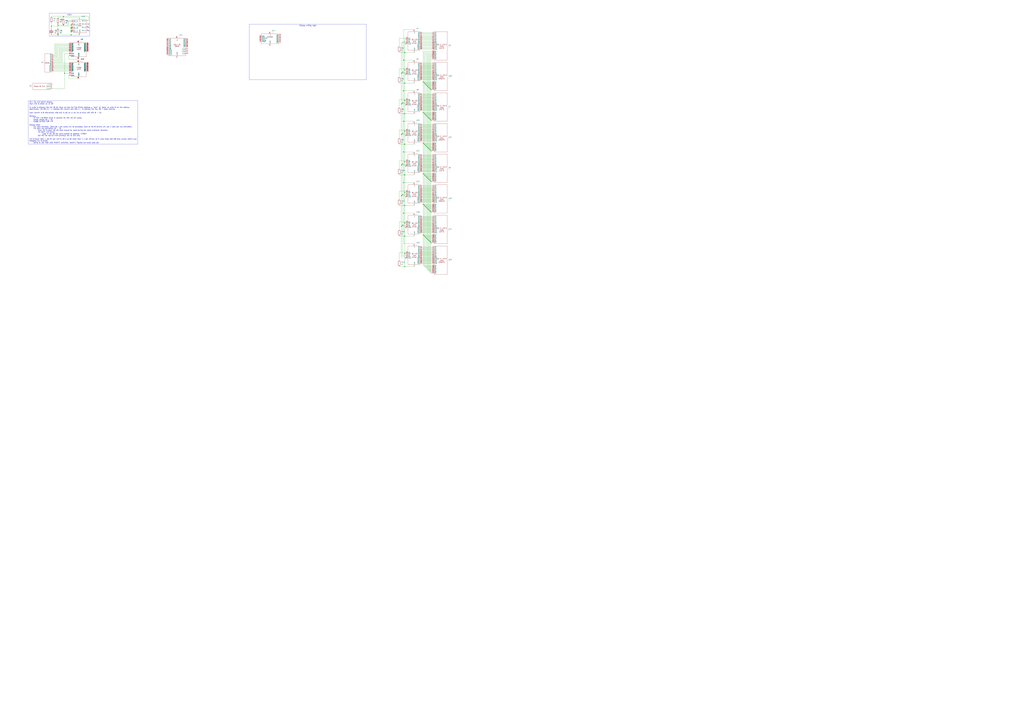
<source format=kicad_sch>
(kicad_sch (version 20231120) (generator "eeschema") (generator_version "8.0")
  (paper "A0")
  (lib_symbols
    (symbol "Device:C" (pin_numbers hide) (pin_names (offset 0.254))
      (property "Reference" "C" (at 0.635 2.54 0))
      (property "Value" "C" (at 0.635 -2.54 0))
      (symbol "C_0_1"
        (polyline (pts (xy -2.032 -0.762) (xy 2.032 -0.762)) (stroke (width 0.508)))
        (polyline (pts (xy -2.032 0.762) (xy 2.032 0.762)) (stroke (width 0.508)))
      )
      (symbol "C_1_1"
        (pin passive line (at 0 3.81 270) (length 2.794) (name "~") (number "1"))
        (pin passive line (at 0 -3.81 90) (length 2.794) (name "~") (number "2"))
      )
    )
    (symbol "Device:R" (pin_numbers hide) (pin_names (offset 0))
      (property "Reference" "R" (at 2.032 0 90))
      (property "Value" "R" (at 0 0 90))
      (symbol "R_0_1"
        (rectangle (start -1.016 -2.54) (end 1.016 2.54) (stroke (width 0.254)))
      )
      (symbol "R_1_1"
        (pin passive line (at 0 3.81 270) (length 1.27) (name "~") (number "1"))
        (pin passive line (at 0 -3.81 90) (length 1.27) (name "~") (number "2"))
      )
    )
    (symbol "custom_symbol_lib:32Kx8_sram"
      (property "Reference" "U" (at 0 -1.016 0))
      (symbol "32Kx8_sram_0_1"
        (rectangle (start -10.16 10.16) (end 10.16 -10.16))
      )
      (symbol "32Kx8_sram_1_1"
        (text "32k x 8\nSRAM" (at -0.254 1.778 0) (effects (font (size 1.27 1.27))))
        (pin input line (at -12.7 -8.89 0) (length 2.54) (name "A14") (number "1"))
        (pin input line (at -12.7 8.89 0) (length 2.54) (name "A0") (number "10"))
        (pin bidirectional line (at 12.7 8.89 180) (length 2.54) (name "D0") (number "11"))
        (pin bidirectional line (at 12.7 7.62 180) (length 2.54) (name "D1") (number "12"))
        (pin bidirectional line (at 12.7 6.35 180) (length 2.54) (name "D2") (number "13"))
        (pin power_in line (at 0 -12.7 90) (length 2.54) (name "GND") (number "14"))
        (pin bidirectional line (at 12.7 5.08 180) (length 2.54) (name "D3") (number "15"))
        (pin bidirectional line (at 12.7 3.81 180) (length 2.54) (name "D4") (number "16"))
        (pin bidirectional line (at 12.7 2.54 180) (length 2.54) (name "D5") (number "17"))
        (pin bidirectional line (at 12.7 1.27 180) (length 2.54) (name "D6") (number "18"))
        (pin bidirectional line (at 12.7 0 180) (length 2.54) (name "D7") (number "19"))
        (pin input line (at -12.7 -6.35 0) (length 2.54) (name "A12") (number "2"))
        (pin input line (at 12.7 -7.62 180) (length 2.54) (name "CE#") (number "20"))
        (pin input line (at -12.7 -3.81 0) (length 2.54) (name "A10") (number "21"))
        (pin input line (at 12.7 -5.08 180) (length 2.54) (name "OE#") (number "22"))
        (pin input line (at -12.7 -5.08 0) (length 2.54) (name "A11") (number "23"))
        (pin input line (at -12.7 -2.54 0) (length 2.54) (name "A9") (number "24"))
        (pin input line (at -12.7 -1.27 0) (length 2.54) (name "A8") (number "25"))
        (pin input line (at -12.7 -7.62 0) (length 2.54) (name "A13") (number "26"))
        (pin input line (at 12.7 -2.54 180) (length 2.54) (name "WE#") (number "27"))
        (pin power_in line (at 0 12.7 270) (length 2.54) (name "V+") (number "28"))
        (pin input line (at -12.7 0 0) (length 2.54) (name "A7") (number "3"))
        (pin input line (at -12.7 1.27 0) (length 2.54) (name "A6") (number "4"))
        (pin input line (at -12.7 2.54 0) (length 2.54) (name "A5") (number "5"))
        (pin input line (at -12.7 3.81 0) (length 2.54) (name "A4") (number "6"))
        (pin input line (at -12.7 5.08 0) (length 2.54) (name "A3") (number "7"))
        (pin input line (at -12.7 6.35 0) (length 2.54) (name "A2") (number "8"))
        (pin input line (at -12.7 7.62 0) (length 2.54) (name "A1") (number "9"))
      )
    )
    (symbol "custom_symbol_lib:8_bit_counter"
      (property "Reference" "U" (at 0 0.254 0))
      (symbol "8_bit_counter_0_1"
        (rectangle (start -10.16 6.35) (end 10.16 -5.08))
      )
      (symbol "8_bit_counter_1_1"
        (text "Counter" (at -0.254 2.794 0) (effects (font (size 1.27 1.27))))
        (pin output line (at 12.7 3.81 180) (length 2.54) (name "Q1") (number "1"))
        (pin input line (at -12.7 -1.27 0) (length 2.54) (name "CCLR#") (number "10"))
        (pin input line (at -12.7 0 0) (length 2.54) (name "CCLK") (number "11"))
        (pin input line (at -12.7 1.27 0) (length 2.54) (name "CCKEN#") (number "12"))
        (pin input line (at -12.7 2.54 0) (length 2.54) (name "RCLK") (number "13"))
        (pin input line (at -12.7 3.81 0) (length 2.54) (name "OE#") (number "14"))
        (pin output line (at 12.7 5.08 180) (length 2.54) (name "Q0") (number "15"))
        (pin power_in line (at 0 8.89 270) (length 2.54) (name "V+") (number "16"))
        (pin output line (at 12.7 2.54 180) (length 2.54) (name "Q2") (number "2"))
        (pin output line (at 12.7 1.27 180) (length 2.54) (name "Q3") (number "3"))
        (pin output line (at 12.7 0 180) (length 2.54) (name "Q4") (number "4"))
        (pin output line (at 12.7 -1.27 180) (length 2.54) (name "Q5") (number "5"))
        (pin output line (at 12.7 -2.54 180) (length 2.54) (name "Q6") (number "6"))
        (pin output line (at 12.7 -3.81 180) (length 2.54) (name "Q7") (number "7"))
        (pin power_in line (at 0 -7.62 90) (length 2.54) (name "GND") (number "8"))
        (pin output line (at -12.7 -2.54 0) (length 2.54) (name "RCO#") (number "9"))
      )
    )
    (symbol "custom_symbol_lib:OP_AMP_quad"
      (property "Reference" "U" (at -0.254 -2.54 0))
      (symbol "OP_AMP_quad_1_1"
        (rectangle (start -7.62 7.62) (end 7.62 -7.62))
        (text "OP\nAMP" (at 0 1.524 0) (effects (font (size 1.27 1.27))))
        (pin output line (at 10.16 6.35 180) (length 2.54) (name "OUT_1") (number "1"))
        (pin input line (at -10.16 -2.54 0) (length 2.54) (name "IN+_3") (number "10"))
        (pin power_in line (at 0 -10.16 90) (length 2.54) (name "GND") (number "11"))
        (pin input line (at -10.16 -6.35 0) (length 2.54) (name "IN+_4") (number "12"))
        (pin input line (at -10.16 -5.08 0) (length 2.54) (name "IN-_4") (number "13"))
        (pin output line (at 10.16 -5.08 180) (length 2.54) (name "OUT_4") (number "14"))
        (pin input line (at -10.16 6.35 0) (length 2.54) (name "IN-_1") (number "2"))
        (pin input line (at -10.16 5.08 0) (length 2.54) (name "IN+_1") (number "3"))
        (pin power_in line (at 0 10.16 270) (length 2.54) (name "V+") (number "4"))
        (pin input line (at -10.16 1.27 0) (length 2.54) (name "IN+_2") (number "5"))
        (pin input line (at -10.16 2.54 0) (length 2.54) (name "IN-_2") (number "6"))
        (pin output line (at 10.16 2.54 180) (length 2.54) (name "OUT_2") (number "7"))
        (pin output line (at 10.16 -1.27 180) (length 2.54) (name "OUT_3") (number "8"))
        (pin input line (at -10.16 -1.27 0) (length 2.54) (name "IN-_3") (number "9"))
      )
    )
    (symbol "custom_symbol_lib:connector_16_bit"
      (property "Reference" "U" (at 3.048 -2.032 0))
      (symbol "connector_16_bit_0_1"
        (rectangle (start -1.27 11.43) (end 6.35 -10.16))
      )
      (symbol "connector_16_bit_1_1"
        (text "CONN" (at 3.556 0.508 0) (effects (font (size 1.27 1.27))))
        (pin input line (at -3.81 10.16 0) (length 2.54) (name "0") (number "1"))
        (pin input line (at -3.81 -1.27 0) (length 2.54) (name "9") (number "10"))
        (pin input line (at -3.81 -2.54 0) (length 2.54) (name "10") (number "11"))
        (pin input line (at -3.81 -3.81 0) (length 2.54) (name "11") (number "12"))
        (pin input line (at -3.81 -5.08 0) (length 2.54) (name "12") (number "13"))
        (pin input line (at -3.81 -6.35 0) (length 2.54) (name "13") (number "14"))
        (pin input line (at -3.81 -7.62 0) (length 2.54) (name "14") (number "15"))
        (pin input line (at -3.81 -8.89 0) (length 2.54) (name "15") (number "16"))
        (pin input line (at -3.81 8.89 0) (length 2.54) (name "1") (number "2"))
        (pin input line (at -3.81 7.62 0) (length 2.54) (name "2") (number "3"))
        (pin input line (at -3.81 6.35 0) (length 2.54) (name "3") (number "4"))
        (pin input line (at -3.81 5.08 0) (length 2.54) (name "4") (number "5"))
        (pin input line (at -3.81 3.81 0) (length 2.54) (name "5") (number "6"))
        (pin input line (at -3.81 2.54 0) (length 2.54) (name "6") (number "7"))
        (pin input line (at -3.81 1.27 0) (length 2.54) (name "7") (number "8"))
        (pin input line (at -3.81 0 0) (length 2.54) (name "8") (number "9"))
      )
    )
    (symbol "custom_symbol_lib:led_block_16_x_8_left"
      (property "Reference" "U" (at 0 3.81 0))
      (symbol "led_block_16_x_8_left_0_1"
        (rectangle (start -7.62 16.51) (end 7.62 -16.51))
      )
      (symbol "led_block_16_x_8_left_1_1"
        (text "16 C x 8 R\nLEDs\n(LEFT)" (at 1.016 -0.508 0) (effects (font (size 1.27 1.27))))
        (pin input line (at -10.16 15.24 0) (length 2.54) (name "C0") (number "1"))
        (pin input line (at -10.16 3.81 0) (length 2.54) (name "C9") (number "10"))
        (pin input line (at -10.16 2.54 0) (length 2.54) (name "C10") (number "11"))
        (pin input line (at -10.16 1.27 0) (length 2.54) (name "C11") (number "12"))
        (pin input line (at -10.16 0 0) (length 2.54) (name "C12") (number "13"))
        (pin input line (at -10.16 -1.27 0) (length 2.54) (name "C13") (number "14"))
        (pin input line (at -10.16 -2.54 0) (length 2.54) (name "C14") (number "15"))
        (pin input line (at -10.16 -3.81 0) (length 2.54) (name "C15") (number "16"))
        (pin input line (at -10.16 -6.35 0) (length 2.54) (name "R0") (number "17"))
        (pin input line (at -10.16 -7.62 0) (length 2.54) (name "R1") (number "18"))
        (pin input line (at -10.16 -8.89 0) (length 2.54) (name "R2") (number "19"))
        (pin input line (at -10.16 13.97 0) (length 2.54) (name "C1") (number "2"))
        (pin input line (at -10.16 -10.16 0) (length 2.54) (name "R3") (number "20"))
        (pin input line (at -10.16 -11.43 0) (length 2.54) (name "R4") (number "21"))
        (pin input line (at -10.16 -12.7 0) (length 2.54) (name "R5") (number "22"))
        (pin input line (at -10.16 -13.97 0) (length 2.54) (name "R6") (number "23"))
        (pin input line (at -10.16 -15.24 0) (length 2.54) (name "R7") (number "24"))
        (pin input line (at -10.16 12.7 0) (length 2.54) (name "C2") (number "3"))
        (pin input line (at -10.16 11.43 0) (length 2.54) (name "C3") (number "4"))
        (pin input line (at -10.16 10.16 0) (length 2.54) (name "C4") (number "5"))
        (pin input line (at -10.16 8.89 0) (length 2.54) (name "C5") (number "6"))
        (pin input line (at -10.16 7.62 0) (length 2.54) (name "C6") (number "7"))
        (pin input line (at -10.16 6.35 0) (length 2.54) (name "C7") (number "8"))
        (pin input line (at -10.16 5.08 0) (length 2.54) (name "C8") (number "9"))
      )
    )
    (symbol "custom_symbol_lib:led_block_16_x_8_right"
      (property "Reference" "U" (at 0 3.81 0))
      (symbol "led_block_16_x_8_right_0_1"
        (rectangle (start -7.62 16.51) (end 7.62 -16.51))
      )
      (symbol "led_block_16_x_8_right_1_1"
        (text "16 C x 8 R\nLEDs\n(RIGHT)" (at 1.016 -0.508 0) (effects (font (size 1.27 1.27))))
        (pin input line (at -10.16 15.24 0) (length 2.54) (name "C0") (number "1"))
        (pin input line (at -10.16 3.81 0) (length 2.54) (name "C9") (number "10"))
        (pin input line (at -10.16 2.54 0) (length 2.54) (name "C10") (number "11"))
        (pin input line (at -10.16 1.27 0) (length 2.54) (name "C11") (number "12"))
        (pin input line (at -10.16 0 0) (length 2.54) (name "C12") (number "13"))
        (pin input line (at -10.16 -1.27 0) (length 2.54) (name "C13") (number "14"))
        (pin input line (at -10.16 -2.54 0) (length 2.54) (name "C14") (number "15"))
        (pin input line (at -10.16 -3.81 0) (length 2.54) (name "C15") (number "16"))
        (pin input line (at -10.16 -6.35 0) (length 2.54) (name "R0") (number "17"))
        (pin input line (at -10.16 -7.62 0) (length 2.54) (name "R1") (number "18"))
        (pin input line (at -10.16 -8.89 0) (length 2.54) (name "R2") (number "19"))
        (pin input line (at -10.16 13.97 0) (length 2.54) (name "C1") (number "2"))
        (pin input line (at -10.16 -10.16 0) (length 2.54) (name "R3") (number "20"))
        (pin input line (at -10.16 -11.43 0) (length 2.54) (name "R4") (number "21"))
        (pin input line (at -10.16 -12.7 0) (length 2.54) (name "R5") (number "22"))
        (pin input line (at -10.16 -13.97 0) (length 2.54) (name "R6") (number "23"))
        (pin input line (at -10.16 -15.24 0) (length 2.54) (name "R7") (number "24"))
        (pin input line (at -10.16 12.7 0) (length 2.54) (name "C2") (number "3"))
        (pin input line (at -10.16 11.43 0) (length 2.54) (name "C3") (number "4"))
        (pin input line (at -10.16 10.16 0) (length 2.54) (name "C4") (number "5"))
        (pin input line (at -10.16 8.89 0) (length 2.54) (name "C5") (number "6"))
        (pin input line (at -10.16 7.62 0) (length 2.54) (name "C6") (number "7"))
        (pin input line (at -10.16 6.35 0) (length 2.54) (name "C7") (number "8"))
        (pin input line (at -10.16 5.08 0) (length 2.54) (name "C8") (number "9"))
      )
    )
    (symbol "custom_symbol_lib:led_sink_16_bit"
      (property "Reference" "U" (at 2.032 -7.366 0))
      (symbol "led_sink_16_bit_0_1"
        (rectangle (start -7.62 11.43) (end 6.35 -10.16))
      )
      (symbol "led_sink_16_bit_1_1"
        (text "16 LED\nsink\ndriver" (at 0 0.254 0) (effects (font (size 1.27 1.27))))
        (pin power_in line (at 0 -12.7 90) (length 2.54) (name "GND") (number "1"))
        (pin output line (at 8.89 3.81 180) (length 2.54) (name "O5") (number "10"))
        (pin output line (at 8.89 2.54 180) (length 2.54) (name "O6") (number "11"))
        (pin output line (at 8.89 1.27 180) (length 2.54) (name "O7") (number "12"))
        (pin output line (at 8.89 0 180) (length 2.54) (name "O8") (number "13"))
        (pin output line (at 8.89 -1.27 180) (length 2.54) (name "O9") (number "14"))
        (pin output line (at 8.89 -2.54 180) (length 2.54) (name "O10") (number "15"))
        (pin output line (at 8.89 -3.81 180) (length 2.54) (name "O11") (number "16"))
        (pin output line (at 8.89 -5.08 180) (length 2.54) (name "O12") (number "17"))
        (pin output line (at 8.89 -6.35 180) (length 2.54) (name "O13") (number "18"))
        (pin output line (at 8.89 -7.62 180) (length 2.54) (name "O14") (number "19"))
        (pin input line (at -10.16 -1.27 0) (length 2.54) (name "D_in") (number "2"))
        (pin output line (at 8.89 -8.89 180) (length 2.54) (name "O15") (number "20"))
        (pin input line (at -10.16 2.54 0) (length 2.54) (name "OE#") (number "21"))
        (pin output line (at -10.16 -2.54 0) (length 2.54) (name "D_out") (number "22"))
        (pin input line (at -10.16 3.81 0) (length 2.54) (name "SET") (number "23"))
        (pin power_in line (at 0 13.97 270) (length 2.54) (name "V+") (number "24"))
        (pin input line (at -10.16 0 0) (length 2.54) (name "CLK") (number "3"))
        (pin input line (at -10.16 1.27 0) (length 2.54) (name "LE") (number "4"))
        (pin output line (at 8.89 10.16 180) (length 2.54) (name "O0") (number "5"))
        (pin output line (at 8.89 8.89 180) (length 2.54) (name "O1") (number "6"))
        (pin output line (at 8.89 7.62 180) (length 2.54) (name "O2") (number "7"))
        (pin output line (at 8.89 6.35 180) (length 2.54) (name "O3") (number "8"))
        (pin output line (at 8.89 5.08 180) (length 2.54) (name "O4") (number "9"))
      )
    )
    (symbol "custom_symbol_lib:power_and_clk"
      (property "Reference" "U" (at 8.128 -2.286 0))
      (symbol "power_and_clk_0_1"
        (rectangle (start -8.89 3.81) (end 11.43 -3.81))
      )
      (symbol "power_and_clk_1_1"
        (text "Power & CLK" (at 3.81 0 0) (effects (font (size 1.27 1.27))))
        (pin power_in line (at -11.43 2.54 0) (length 2.54) (name "V+") (number "1"))
        (pin power_in line (at -11.43 0 0) (length 2.54) (name "GND") (number "2"))
        (pin bidirectional line (at -11.43 -2.54 0) (length 2.54) (name "CLK") (number "3"))
      )
    )
    (symbol "custom_symbol_lib:rising_edge_8_bit_latch"
      (property "Reference" "U" (at 0 -1.016 0))
      (symbol "rising_edge_8_bit_latch_0_1"
        (rectangle (start -8.89 8.89) (end 8.89 -7.62))
      )
      (symbol "rising_edge_8_bit_latch_1_1"
        (text "+edge\nlatch" (at 0 2.032 0) (effects (font (size 1.27 1.27))))
        (pin input line (at -11.43 -6.35 0) (length 2.54) (name "OE#") (number "1"))
        (pin power_in line (at 0 -10.16 90) (length 2.54) (name "GND") (number "10"))
        (pin input line (at -11.43 -3.81 0) (length 2.54) (name "CLK") (number "11"))
        (pin output line (at 11.43 -1.27 180) (length 2.54) (name "Q7") (number "12"))
        (pin output line (at 11.43 0 180) (length 2.54) (name "Q6") (number "13"))
        (pin output line (at 11.43 1.27 180) (length 2.54) (name "Q5") (number "14"))
        (pin output line (at 11.43 2.54 180) (length 2.54) (name "Q4") (number "15"))
        (pin output line (at 11.43 3.81 180) (length 2.54) (name "Q3") (number "16"))
        (pin output line (at 11.43 5.08 180) (length 2.54) (name "Q2") (number "17"))
        (pin output line (at 11.43 6.35 180) (length 2.54) (name "Q1") (number "18"))
        (pin output line (at 11.43 7.62 180) (length 2.54) (name "Q0") (number "19"))
        (pin input line (at -11.43 7.62 0) (length 2.54) (name "D0") (number "2"))
        (pin power_in line (at 0 11.43 270) (length 2.54) (name "V+") (number "20"))
        (pin input line (at -11.43 6.35 0) (length 2.54) (name "D1") (number "3"))
        (pin input line (at -11.43 5.08 0) (length 2.54) (name "D2") (number "4"))
        (pin input line (at -11.43 3.81 0) (length 2.54) (name "D3") (number "5"))
        (pin input line (at -11.43 2.54 0) (length 2.54) (name "D4") (number "6"))
        (pin input line (at -11.43 1.27 0) (length 2.54) (name "D5") (number "7"))
        (pin input line (at -11.43 0 0) (length 2.54) (name "D6") (number "8"))
        (pin input line (at -11.43 -1.27 0) (length 2.54) (name "D7") (number "9"))
      )
    )
  )
  (junction (at 468.63 105.41))
  (junction (at 466.09 227.33))
  (junction (at 497.84 101.6))
  (junction (at 491.49 166.37))
  (junction (at 499.11 245.11))
  (junction (at 494.03 97.79))
  (junction (at 494.03 168.91))
  (junction (at 500.38 104.14))
  (junction (at 499.11 138.43))
  (junction (at 82.55 31.75))
  (junction (at 466.09 85.09))
  (junction (at 468.63 69.85))
  (junction (at 82.55 40.64))
  (junction (at 469.9 274.32))
  (junction (at 468.63 140.97))
  (junction (at 496.57 207.01))
  (junction (at 495.3 170.18))
  (junction (at 467.36 83.82))
  (junction (at 499.11 280.67))
  (junction (at 491.49 130.81))
  (junction (at 469.9 294.64))
  (junction (at 497.84 208.28))
  (junction (at 67.31 40.64))
  (junction (at 492.76 132.08))
  (junction (at 73.66 29.21))
  (junction (at 491.49 273.05))
  (junction (at 497.84 243.84))
  (junction (at 467.36 226.06))
  (junction (at 466.09 191.77))
  (junction (at 491.49 201.93))
  (junction (at 495.3 99.06))
  (junction (at 469.9 309.88))
  (junction (at 500.38 281.94))
  (junction (at 495.3 241.3))
  (junction (at 468.63 212.09))
  (junction (at 468.63 176.53))
  (junction (at 82.55 35.56))
  (junction (at 499.11 173.99))
  (junction (at 466.09 262.89))
  (junction (at 82.55 36.83))
  (junction (at 469.9 203.2))
  (junction (at 469.9 167.64))
  (junction (at 499.11 102.87))
  (junction (at 492.76 274.32))
  (junction (at 495.3 205.74))
  (junction (at 82.55 29.21))
  (junction (at 499.11 209.55))
  (junction (at 467.36 154.94))
  (junction (at 497.84 172.72))
  (junction (at 495.3 276.86))
  (junction (at 496.57 171.45))
  (junction (at 82.55 33.02))
  (junction (at 467.36 190.5))
  (junction (at 469.9 223.52))
  (junction (at 500.38 246.38))
  (junction (at 497.84 279.4))
  (junction (at 494.03 275.59))
  (junction (at 496.57 135.89))
  (junction (at 469.9 238.76))
  (junction (at 496.57 100.33))
  (junction (at 469.9 187.96))
  (junction (at 500.38 175.26))
  (junction (at 495.3 134.62))
  (junction (at 466.09 156.21))
  (junction (at 496.57 278.13))
  (junction (at 496.57 242.57))
  (junction (at 494.03 133.35))
  (junction (at 74.93 85.09))
  (junction (at 469.9 259.08))
  (junction (at 467.36 119.38))
  (junction (at 492.76 96.52))
  (junction (at 466.09 120.65))
  (junction (at 492.76 238.76))
  (junction (at 494.03 240.03))
  (junction (at 492.76 167.64))
  (junction (at 67.31 29.21))
  (junction (at 469.9 116.84))
  (junction (at 500.38 210.82))
  (junction (at 469.9 96.52))
  (junction (at 500.38 139.7))
  (junction (at 467.36 261.62))
  (junction (at 59.69 30.48))
  (junction (at 491.49 237.49))
  (junction (at 469.9 60.96))
  (junction (at 73.66 19.05))
  (junction (at 491.49 95.25))
  (junction (at 497.84 137.16))
  (junction (at 469.9 132.08))
  (junction (at 468.63 247.65))
  (junction (at 469.9 81.28))
  (junction (at 492.76 203.2))
  (junction (at 469.9 152.4))
  (junction (at 494.03 204.47))
  (no_connect (at 471.17 50.8))
  (no_connect (at 471.17 121.92))
  (no_connect (at 471.17 299.72))
  (no_connect (at 471.17 86.36))
  (no_connect (at 471.17 193.04))
  (no_connect (at 102.87 31.75))
  (no_connect (at 102.87 27.94))
  (no_connect (at 471.17 228.6))
  (no_connect (at 471.17 264.16))
  (no_connect (at 471.17 157.48))
  (no_connect (at 102.87 35.56))
  (wire (pts (xy 492.76 132.08) (xy 501.65 132.08)))
  (wire (pts (xy 469.9 238.76) (xy 469.9 259.08)))
  (wire (pts (xy 497.84 208.28) (xy 497.84 172.72)))
  (wire (pts (xy 468.63 212.09) (xy 468.63 247.65)))
  (wire (pts (xy 469.9 132.08) (xy 469.9 152.4)))
  (wire (pts (xy 496.57 242.57) (xy 501.65 242.57)))
  (wire (pts (xy 481.33 274.32) (xy 469.9 274.32)))
  (wire (pts (xy 78.74 29.21) (xy 78.74 25.4)))
  (wire (pts (xy 501.65 194.31) (xy 490.22 194.31)))
  (wire (pts (xy 468.63 247.65) (xy 468.63 283.21)))
  (wire (pts (xy 471.17 297.18) (xy 467.36 297.18)))
  (wire (pts (xy 491.49 95.25) (xy 491.49 59.69)))
  (wire (pts (xy 59.69 19.05) (xy 73.66 19.05)))
  (wire (pts (xy 501.65 262.89) (xy 490.22 262.89)))
  (wire (pts (xy 80.01 58.42) (xy 71.12 58.42)))
  (wire (pts (xy 494.03 311.15) (xy 501.65 311.15)))
  (wire (pts (xy 491.49 273.05) (xy 501.65 273.05)))
  (wire (pts (xy 495.3 170.18) (xy 501.65 170.18)))
  (wire (pts (xy 501.65 218.44) (xy 490.22 218.44)))
  (wire (pts (xy 501.65 190.5) (xy 490.22 190.5)))
  (wire (pts (xy 66.04 66.04) (xy 62.23 66.04)))
  (wire (pts (xy 469.9 238.76) (xy 463.55 238.76)))
  (wire (pts (xy 469.9 203.2) (xy 469.9 187.96)))
  (wire (pts (xy 501.65 299.72) (xy 490.22 299.72)))
  (wire (pts (xy 501.65 114.3) (xy 490.22 114.3)))
  (wire (pts (xy 501.65 256.54) (xy 490.22 256.54)))
  (wire (pts (xy 501.65 180.34) (xy 490.22 180.34)))
  (wire (pts (xy 496.57 100.33) (xy 501.65 100.33)))
  (wire (pts (xy 495.3 205.74) (xy 501.65 205.74)))
  (wire (pts (xy 501.65 48.26) (xy 490.22 48.26)))
  (wire (pts (xy 501.65 57.15) (xy 490.22 57.15)))
  (wire (pts (xy 492.76 203.2) (xy 501.65 203.2)))
  (wire (pts (xy 466.09 262.89) (xy 471.17 262.89)))
  (wire (pts (xy 501.65 195.58) (xy 490.22 195.58)))
  (wire (pts (xy 497.84 279.4) (xy 501.65 279.4)))
  (wire (pts (xy 469.9 223.52) (xy 469.9 238.76)))
  (wire (pts (xy 501.65 228.6) (xy 490.22 228.6)))
  (wire (pts (xy 501.65 295.91) (xy 490.22 295.91)))
  (wire (pts (xy 469.9 96.52) (xy 463.55 96.52)))
  (wire (pts (xy 497.84 314.96) (xy 501.65 314.96)))
  (wire (pts (xy 496.57 171.45) (xy 501.65 171.45)))
  (wire (pts (xy 499.11 245.11) (xy 499.11 209.55)))
  (wire (pts (xy 466.09 191.77) (xy 466.09 227.33)))
  (wire (pts (xy 495.3 205.74) (xy 495.3 170.18)))
  (wire (pts (xy 497.84 137.16) (xy 501.65 137.16)))
  (wire (pts (xy 64.77 64.77) (xy 64.77 52.07)))
  (wire (pts (xy 468.63 69.85) (xy 468.63 105.41)))
  (wire (pts (xy 501.65 148.59) (xy 490.22 148.59)))
  (wire (pts (xy 501.65 288.29) (xy 490.22 288.29)))
  (wire (pts (xy 495.3 170.18) (xy 495.3 134.62)))
  (wire (pts (xy 501.65 185.42) (xy 490.22 185.42)))
  (wire (pts (xy 66.04 53.34) (xy 66.04 66.04)))
  (wire (pts (xy 469.9 274.32) (xy 463.55 274.32)))
  (wire (pts (xy 467.36 119.38) (xy 467.36 154.94)))
  (wire (pts (xy 501.65 41.91) (xy 490.22 41.91)))
  (wire (pts (xy 495.3 276.86) (xy 501.65 276.86)))
  (wire (pts (xy 501.65 233.68) (xy 490.22 233.68)))
  (wire (pts (xy 495.3 312.42) (xy 495.3 276.86)))
  (wire (pts (xy 500.38 104.14) (xy 501.65 104.14)))
  (wire (pts (xy 466.09 156.21) (xy 466.09 191.77)))
  (wire (pts (xy 496.57 278.13) (xy 501.65 278.13)))
  (wire (pts (xy 501.65 267.97) (xy 490.22 267.97)))
  (wire (pts (xy 492.76 274.32) (xy 501.65 274.32)))
  (wire (pts (xy 500.38 175.26) (xy 500.38 139.7)))
  (wire (pts (xy 497.84 137.16) (xy 497.84 101.6)))
  (wire (pts (xy 102.87 24.13) (xy 102.87 19.05)))
  (wire (pts (xy 500.38 139.7) (xy 501.65 139.7)))
  (wire (pts (xy 492.76 203.2) (xy 492.76 167.64)))
  (wire (pts (xy 494.03 97.79) (xy 501.65 97.79)))
  (wire (pts (xy 501.65 292.1) (xy 490.22 292.1)))
  (wire (pts (xy 466.09 298.45) (xy 466.09 262.89)))
  (wire (pts (xy 469.9 152.4) (xy 471.17 152.4)))
  (wire (pts (xy 74.93 102.87) (xy 60.96 102.87)))
  (wire (pts (xy 467.36 226.06) (xy 467.36 261.62)))
  (wire (pts (xy 469.9 309.88) (xy 463.55 309.88)))
  (wire (pts (xy 499.11 209.55) (xy 501.65 209.55)))
  (wire (pts (xy 466.09 85.09) (xy 466.09 120.65)))
  (wire (pts (xy 496.57 313.69) (xy 501.65 313.69)))
  (wire (pts (xy 499.11 173.99) (xy 501.65 173.99)))
  (wire (pts (xy 463.55 257.81) (xy 471.17 257.81)))
  (wire (pts (xy 469.9 132.08) (xy 469.9 116.84)))
  (wire (pts (xy 501.65 259.08) (xy 490.22 259.08)))
  (wire (pts (xy 492.76 309.88) (xy 501.65 309.88)))
  (wire (pts (xy 469.9 60.96) (xy 463.55 60.96)))
  (wire (pts (xy 496.57 207.01) (xy 501.65 207.01)))
  (wire (pts (xy 481.33 140.97) (xy 468.63 140.97)))
  (wire (pts (xy 501.65 252.73) (xy 490.22 252.73)))
  (wire (pts (xy 481.33 247.65) (xy 468.63 247.65)))
  (wire (pts (xy 80.01 68.58) (xy 91.44 68.58)))
  (wire (pts (xy 500.38 139.7) (xy 500.38 104.14)))
  (wire (pts (xy 501.65 120.65) (xy 490.22 120.65)))
  (wire (pts (xy 501.65 222.25) (xy 490.22 222.25)))
  (wire (pts (xy 62.23 76.2) (xy 80.01 76.2)))
  (wire (pts (xy 501.65 77.47) (xy 490.22 77.47)))
  (wire (pts (xy 501.65 111.76) (xy 490.22 111.76)))
  (wire (pts (xy 469.9 223.52) (xy 471.17 223.52)))
  (wire (pts (xy 469.9 81.28) (xy 471.17 81.28)))
  (wire (pts (xy 501.65 39.37) (xy 490.22 39.37)))
  (wire (pts (xy 463.55 222.25) (xy 463.55 231.14)))
  (wire (pts (xy 501.65 193.04) (xy 490.22 193.04)))
  (wire (pts (xy 62.23 64.77) (xy 64.77 64.77)))
  (wire (pts (xy 80.01 62.23) (xy 74.93 62.23)))
  (wire (pts (xy 471.17 222.25) (xy 463.55 222.25)))
  (wire (pts (xy 501.65 125.73) (xy 490.22 125.73)))
  (wire (pts (xy 469.9 294.64) (xy 471.17 294.64)))
  (wire (pts (xy 495.3 134.62) (xy 501.65 134.62)))
  (wire (pts (xy 501.65 83.82) (xy 490.22 83.82)))
  (wire (pts (xy 501.65 187.96) (xy 490.22 187.96)))
  (wire (pts (xy 467.36 154.94) (xy 467.36 190.5)))
  (wire (pts (xy 492.76 274.32) (xy 492.76 238.76)))
  (wire (pts (xy 469.9 259.08) (xy 471.17 259.08)))
  (wire (pts (xy 501.65 184.15) (xy 490.22 184.15)))
  (wire (pts (xy 466.09 191.77) (xy 471.17 191.77)))
  (wire (pts (xy 492.76 238.76) (xy 492.76 203.2)))
  (wire (pts (xy 499.11 102.87) (xy 501.65 102.87)))
  (wire (pts (xy 499.11 173.99) (xy 499.11 138.43)))
  (wire (pts (xy 466.09 156.21) (xy 466.09 120.65)))
  (wire (pts (xy 492.76 96.52) (xy 501.65 96.52)))
  (wire (pts (xy 501.65 128.27) (xy 490.22 128.27)))
  (wire (pts (xy 501.65 303.53) (xy 490.22 303.53)))
  (wire (pts (xy 500.38 68.58) (xy 501.65 68.58)))
  (wire (pts (xy 469.9 116.84) (xy 471.17 116.84)))
  (wire (pts (xy 496.57 171.45) (xy 496.57 135.89)))
  (wire (pts (xy 491.49 59.69) (xy 501.65 59.69)))
  (wire (pts (xy 74.93 85.09) (xy 74.93 102.87)))
  (wire (pts (xy 80.01 53.34) (xy 66.04 53.34)))
  (wire (pts (xy 501.65 50.8) (xy 490.22 50.8)))
  (wire (pts (xy 471.17 293.37) (xy 463.55 293.37)))
  (wire (pts (xy 500.38 210.82) (xy 500.38 175.26)))
  (wire (pts (xy 468.63 140.97) (xy 468.63 176.53)))
  (wire (pts (xy 501.65 160.02) (xy 490.22 160.02)))
  (wire (pts (xy 82.55 29.21) (xy 82.55 31.75)))
  (wire (pts (xy 468.63 105.41) (xy 468.63 140.97)))
  (wire (pts (xy 495.3 99.06) (xy 495.3 63.5)))
  (wire (pts (xy 71.12 71.12) (xy 62.23 71.12)))
  (wire (pts (xy 501.65 38.1) (xy 490.22 38.1)))
  (wire (pts (xy 501.65 261.62) (xy 490.22 261.62)))
  (wire (pts (xy 501.65 163.83) (xy 490.22 163.83)))
  (wire (pts (xy 72.39 59.69) (xy 80.01 59.69)))
  (wire (pts (xy 500.38 281.94) (xy 500.38 246.38)))
  (wire (pts (xy 497.84 101.6) (xy 501.65 101.6)))
  (wire (pts (xy 62.23 80.01) (xy 80.01 80.01)))
  (wire (pts (xy 501.65 144.78) (xy 490.22 144.78)))
  (wire (pts (xy 463.55 53.34) (xy 463.55 44.45)))
  (wire (pts (xy 491.49 166.37) (xy 501.65 166.37)))
  (wire (pts (xy 496.57 278.13) (xy 496.57 242.57)))
  (wire (pts (xy 72.39 72.39) (xy 72.39 59.69)))
  (wire (pts (xy 501.65 265.43) (xy 490.22 265.43)))
  (wire (pts (xy 463.55 80.01) (xy 471.17 80.01)))
  (wire (pts (xy 501.65 52.07) (xy 490.22 52.07)))
  (wire (pts (xy 495.3 99.06) (xy 501.65 99.06)))
  (wire (pts (xy 469.9 187.96) (xy 471.17 187.96)))
  (wire (pts (xy 501.65 124.46) (xy 490.22 124.46)))
  (wire (pts (xy 468.63 69.85) (xy 481.33 69.85)))
  (wire (pts (xy 501.65 118.11) (xy 490.22 118.11)))
  (wire (pts (xy 500.38 175.26) (xy 501.65 175.26)))
  (wire (pts (xy 501.65 227.33) (xy 490.22 227.33)))
  (wire (pts (xy 494.03 133.35) (xy 494.03 97.79)))
  (wire (pts (xy 468.63 212.09) (xy 481.33 212.09)))
  (wire (pts (xy 59.69 30.48) (xy 59.69 33.02)))
  (wire (pts (xy 62.23 78.74) (xy 80.01 78.74)))
  (wire (pts (xy 501.65 162.56) (xy 490.22 162.56)))
  (wire (pts (xy 491.49 166.37) (xy 491.49 130.81)))
  (wire (pts (xy 469.9 274.32) (xy 469.9 259.08)))
  (wire (pts (xy 501.65 110.49) (xy 490.22 110.49)))
  (wire (pts (xy 59.69 40.64) (xy 67.31 40.64)))
  (wire (pts (xy 494.03 204.47) (xy 494.03 168.91)))
  (wire (pts (xy 499.11 67.31) (xy 501.65 67.31)))
  (wire (pts (xy 501.65 289.56) (xy 490.22 289.56)))
  (wire (pts (xy 501.65 219.71) (xy 490.22 219.71)))
  (wire (pts (xy 467.36 226.06) (xy 471.17 226.06)))
  (wire (pts (xy 501.65 87.63) (xy 490.22 87.63)))
  (wire (pts (xy 67.31 27.94) (xy 67.31 29.21)))
  (wire (pts (xy 501.65 181.61) (xy 490.22 181.61)))
  (wire (pts (xy 501.65 223.52) (xy 490.22 223.52)))
  (wire (pts (xy 496.57 313.69) (xy 496.57 278.13)))
  (wire (pts (xy 501.65 220.98) (xy 490.22 220.98)))
  (wire (pts (xy 497.84 172.72) (xy 501.65 172.72)))
  (wire (pts (xy 491.49 237.49) (xy 501.65 237.49)))
  (wire (pts (xy 501.65 157.48) (xy 490.22 157.48)))
  (wire (pts (xy 469.9 60.96) (xy 469.9 81.28)))
  (wire (pts (xy 466.09 156.21) (xy 471.17 156.21)))
  (wire (pts (xy 67.31 20.32) (xy 92.71 20.32)))
  (wire (pts (xy 501.65 121.92) (xy 490.22 121.92)))
  (wire (pts (xy 501.65 260.35) (xy 490.22 260.35)))
  (wire (pts (xy 501.65 269.24) (xy 490.22 269.24)))
  (wire (pts (xy 469.9 96.52) (xy 481.33 96.52)))
  (wire (pts (xy 80.01 91.44) (xy 91.44 91.44)))
  (wire (pts (xy 494.03 133.35) (xy 501.65 133.35)))
  (wire (pts (xy 501.65 146.05) (xy 490.22 146.05)))
  (wire (pts (xy 59.69 30.48) (xy 59.69 26.67)))
  (wire (pts (xy 466.09 85.09) (xy 466.09 49.53)))
  (wire (pts (xy 501.65 226.06) (xy 490.22 226.06)))
  (wire (pts (xy 497.84 279.4) (xy 497.84 243.84)))
  (wire (pts (xy 499.11 280.67) (xy 499.11 245.11)))
  (wire (pts (xy 80.01 64.77) (xy 80.01 68.58)))
  (wire (pts (xy 73.66 19.05) (xy 102.87 19.05)))
  (wire (pts (xy 463.55 88.9) (xy 463.55 80.01)))
  (wire (pts (xy 463.55 186.69) (xy 471.17 186.69)))
  (wire (pts (xy 496.57 135.89) (xy 501.65 135.89)))
  (wire (pts (xy 481.33 132.08) (xy 469.9 132.08)))
  (wire (pts (xy 501.65 154.94) (xy 490.22 154.94)))
  (wire (pts (xy 67.31 54.61) (xy 80.01 54.61)))
  (wire (pts (xy 491.49 273.05) (xy 491.49 237.49)))
  (wire (pts (xy 492.76 167.64) (xy 492.76 132.08)))
  (wire (pts (xy 501.65 149.86) (xy 490.22 149.86)))
  (wire (pts (xy 494.03 240.03) (xy 494.03 204.47)))
  (wire (pts (xy 499.11 280.67) (xy 501.65 280.67)))
  (wire (pts (xy 501.65 199.39) (xy 490.22 199.39)))
  (wire (pts (xy 501.65 224.79) (xy 490.22 224.79)))
  (wire (pts (xy 501.65 115.57) (xy 490.22 115.57)))
  (wire (pts (xy 73.66 29.21) (xy 78.74 29.21)))
  (wire (pts (xy 73.66 19.05) (xy 73.66 21.59)))
  (wire (pts (xy 500.38 210.82) (xy 501.65 210.82)))
  (wire (pts (xy 491.49 95.25) (xy 501.65 95.25)))
  (wire (pts (xy 492.76 132.08) (xy 492.76 96.52)))
  (wire (pts (xy 62.23 82.55) (xy 80.01 82.55)))
  (wire (pts (xy 494.03 275.59) (xy 494.03 240.03)))
  (wire (pts (xy 501.65 306.07) (xy 490.22 306.07)))
  (wire (pts (xy 495.3 276.86) (xy 495.3 241.3)))
  (wire (pts (xy 501.65 302.26) (xy 490.22 302.26)))
  (wire (pts (xy 495.3 312.42) (xy 501.65 312.42)))
  (wire (pts (xy 469.9 45.72) (xy 471.17 45.72)))
  (wire (pts (xy 501.65 264.16) (xy 490.22 264.16)))
  (wire (pts (xy 499.11 138.43) (xy 499.11 102.87)))
  (wire (pts (xy 67.31 29.21) (xy 73.66 29.21)))
  (wire (pts (xy 491.49 130.81) (xy 491.49 95.25)))
  (wire (pts (xy 499.11 138.43) (xy 501.65 138.43)))
  (wire (pts (xy 62.23 72.39) (xy 72.39 72.39)))
  (wire (pts (xy 501.65 80.01) (xy 490.22 80.01)))
  (wire (pts (xy 492.76 60.96) (xy 501.65 60.96)))
  (wire (pts (xy 481.33 283.21) (xy 468.63 283.21)))
  (wire (pts (xy 494.03 168.91) (xy 494.03 133.35)))
  (wire (pts (xy 82.55 35.56) (xy 82.55 36.83)))
  (wire (pts (xy 481.33 60.96) (xy 469.9 60.96)))
  (wire (pts (xy 501.65 45.72) (xy 490.22 45.72)))
  (wire (pts (xy 501.65 78.74) (xy 490.22 78.74)))
  (wire (pts (xy 82.55 24.13) (xy 80.01 24.13)))
  (wire (pts (xy 492.76 167.64) (xy 501.65 167.64)))
  (wire (pts (xy 467.36 83.82) (xy 471.17 83.82)))
  (wire (pts (xy 80.01 24.13) (xy 80.01 30.48)))
  (wire (pts (xy 501.65 81.28) (xy 490.22 81.28)))
  (wire (pts (xy 501.65 287.02) (xy 490.22 287.02)))
  (wire (pts (xy 501.65 90.17) (xy 490.22 90.17)))
  (wire (pts (xy 469.9 96.52) (xy 469.9 116.84)))
  (wire (pts (xy 501.65 266.7) (xy 490.22 266.7)))
  (wire (pts (xy 497.84 66.04) (xy 501.65 66.04)))
  (wire (pts (xy 501.65 290.83) (xy 490.22 290.83)))
  (wire (pts (xy 501.65 86.36) (xy 490.22 86.36)))
  (wire (pts (xy 467.36 83.82) (xy 467.36 119.38)))
  (wire (pts (xy 501.65 74.93) (xy 490.22 74.93)))
  (wire (pts (xy 500.38 246.38) (xy 500.38 210.82)))
  (wire (pts (xy 501.65 298.45) (xy 490.22 298.45)))
  (wire (pts (xy 501.65 158.75) (xy 490.22 158.75)))
  (wire (pts (xy 499.11 102.87) (xy 499.11 67.31)))
  (wire (pts (xy 491.49 237.49) (xy 491.49 201.93)))
  (wire (pts (xy 501.65 182.88) (xy 490.22 182.88)))
  (wire (pts (xy 500.38 281.94) (xy 501.65 281.94)))
  (wire (pts (xy 501.65 186.69) (xy 490.22 186.69)))
  (wire (pts (xy 501.65 116.84) (xy 490.22 116.84)))
  (wire (pts (xy 481.33 176.53) (xy 468.63 176.53)))
  (wire (pts (xy 501.65 88.9) (xy 490.22 88.9)))
  (wire (pts (xy 495.3 134.62) (xy 495.3 99.06)))
  (wire (pts (xy 491.49 308.61) (xy 501.65 308.61)))
  (wire (pts (xy 82.55 40.64) (xy 92.71 40.64)))
  (wire (pts (xy 501.65 304.8) (xy 490.22 304.8)))
  (wire (pts (xy 471.17 261.62) (xy 467.36 261.62)))
  (wire (pts (xy 501.65 123.19) (xy 490.22 123.19)))
  (wire (pts (xy 501.65 251.46) (xy 490.22 251.46)))
  (wire (pts (xy 501.65 215.9) (xy 490.22 215.9)))
  (wire (pts (xy 497.84 101.6) (xy 497.84 66.04)))
  (wire (pts (xy 463.55 44.45) (xy 471.17 44.45)))
  (wire (pts (xy 497.84 172.72) (xy 497.84 137.16)))
  (wire (pts (xy 491.49 201.93) (xy 501.65 201.93)))
  (wire (pts (xy 469.9 167.64) (xy 469.9 187.96)))
  (wire (pts (xy 501.65 127) (xy 490.22 127)))
  (wire (pts (xy 501.65 53.34) (xy 490.22 53.34)))
  (wire (pts (xy 501.65 300.99) (xy 490.22 300.99)))
  (wire (pts (xy 501.65 234.95) (xy 490.22 234.95)))
  (wire (pts (xy 496.57 207.01) (xy 496.57 171.45)))
  (wire (pts (xy 74.93 62.23) (xy 74.93 85.09)))
  (wire (pts (xy 64.77 52.07) (xy 80.01 52.07)))
  (wire (pts (xy 495.3 241.3) (xy 495.3 205.74)))
  (wire (pts (xy 501.65 257.81) (xy 490.22 257.81)))
  (wire (pts (xy 494.03 275.59) (xy 501.65 275.59)))
  (wire (pts (xy 501.65 49.53) (xy 490.22 49.53)))
  (wire (pts (xy 463.55 160.02) (xy 463.55 151.13)))
  (wire (pts (xy 501.65 109.22) (xy 490.22 109.22)))
  (wire (pts (xy 501.65 270.51) (xy 490.22 270.51)))
  (wire (pts (xy 494.03 168.91) (xy 501.65 168.91)))
  (wire (pts (xy 82.55 33.02) (xy 82.55 35.56)))
  (wire (pts (xy 497.84 243.84) (xy 501.65 243.84)))
  (wire (pts (xy 471.17 85.09) (xy 466.09 85.09)))
  (wire (pts (xy 501.65 297.18) (xy 490.22 297.18)))
  (wire (pts (xy 68.58 55.88) (xy 68.58 68.58)))
  (wire (pts (xy 500.38 246.38) (xy 501.65 246.38)))
  (wire (pts (xy 67.31 40.64) (xy 82.55 40.64)))
  (wire (pts (xy 67.31 29.21) (xy 67.31 33.02)))
  (wire (pts (xy 469.9 203.2) (xy 463.55 203.2)))
  (wire (pts (xy 501.65 55.88) (xy 490.22 55.88)))
  (wire (pts (xy 501.65 198.12) (xy 490.22 198.12)))
  (wire (pts (xy 71.12 58.42) (xy 71.12 71.12)))
  (wire (pts (xy 74.93 85.09) (xy 80.01 85.09)))
  (wire (pts (xy 499.11 245.11) (xy 501.65 245.11)))
  (wire (pts (xy 495.3 241.3) (xy 501.65 241.3)))
  (wire (pts (xy 469.9 167.64) (xy 463.55 167.64)))
  (wire (pts (xy 62.23 74.93) (xy 80.01 74.93)))
  (wire (pts (xy 466.09 49.53) (xy 471.17 49.53)))
  (wire (pts (xy 501.65 294.64) (xy 490.22 294.64)))
  (wire (pts (xy 500.38 317.5) (xy 500.38 281.94)))
  (wire (pts (xy 63.5 63.5) (xy 62.23 63.5)))
  (wire (pts (xy 494.03 97.79) (xy 494.03 62.23)))
  (wire (pts (xy 495.3 63.5) (xy 501.65 63.5)))
  (wire (pts (xy 468.63 176.53) (xy 468.63 212.09)))
  (wire (pts (xy 500.38 317.5) (xy 501.65 317.5)))
  (wire (pts (xy 481.33 203.2) (xy 469.9 203.2)))
  (wire (pts (xy 501.65 119.38) (xy 490.22 119.38)))
  (wire (pts (xy 463.55 293.37) (xy 463.55 302.26)))
  (wire (pts (xy 463.55 266.7) (xy 463.55 257.81)))
  (wire (pts (xy 62.23 77.47) (xy 80.01 77.47)))
  (wire (pts (xy 80.01 55.88) (xy 68.58 55.88)))
  (wire (pts (xy 501.65 156.21) (xy 490.22 156.21)))
  (wire (pts (xy 80.01 87.63) (xy 80.01 91.44)))
  (wire (pts (xy 69.85 69.85) (xy 69.85 57.15)))
  (wire (pts (xy 466.09 120.65) (xy 471.17 120.65)))
  (wire (pts (xy 463.55 151.13) (xy 471.17 151.13)))
  (wire (pts (xy 481.33 105.41) (xy 468.63 105.41)))
  (wire (pts (xy 469.9 238.76) (xy 481.33 238.76)))
  (wire (pts (xy 501.65 46.99) (xy 490.22 46.99)))
  (wire (pts (xy 63.5 50.8) (xy 63.5 63.5)))
  (wire (pts (xy 501.65 231.14) (xy 490.22 231.14)))
  (wire (pts (xy 501.65 293.37) (xy 490.22 293.37)))
  (wire (pts (xy 471.17 227.33) (xy 466.09 227.33)))
  (wire (pts (xy 82.55 27.94) (xy 82.55 29.21)))
  (wire (pts (xy 492.76 309.88) (xy 492.76 274.32)))
  (wire (pts (xy 78.74 25.4) (xy 82.55 25.4)))
  (wire (pts (xy 463.55 124.46) (xy 463.55 115.57)))
  (wire (pts (xy 62.23 67.31) (xy 67.31 67.31)))
  (wire (pts (xy 62.23 69.85) (xy 69.85 69.85)))
  (wire (pts (xy 471.17 190.5) (xy 467.36 190.5)))
  (wire (pts (xy 467.36 48.26) (xy 467.36 83.82)))
  (wire (pts (xy 68.58 68.58) (xy 62.23 68.58)))
  (wire (pts (xy 501.65 91.44) (xy 490.22 91.44)))
  (wire (pts (xy 501.65 196.85) (xy 490.22 196.85)))
  (wire (pts (xy 466.09 227.33) (xy 466.09 262.89)))
  (wire (pts (xy 501.65 54.61) (xy 490.22 54.61)))
  (wire (pts (xy 82.55 31.75) (xy 82.55 33.02)))
  (wire (pts (xy 501.65 229.87) (xy 490.22 229.87)))
  (wire (pts (xy 501.65 40.64) (xy 490.22 40.64)))
  (wire (pts (xy 481.33 309.88) (xy 469.9 309.88)))
  (wire (pts (xy 69.85 57.15) (xy 80.01 57.15)))
  (wire (pts (xy 501.65 43.18) (xy 490.22 43.18)))
  (wire (pts (xy 469.9 132.08) (xy 463.55 132.08)))
  (wire (pts (xy 496.57 100.33) (xy 496.57 64.77)))
  (wire (pts (xy 469.9 167.64) (xy 469.9 152.4)))
  (wire (pts (xy 501.65 255.27) (xy 490.22 255.27)))
  (wire (pts (xy 471.17 119.38) (xy 467.36 119.38)))
  (wire (pts (xy 501.65 73.66) (xy 490.22 73.66)))
  (wire (pts (xy 501.65 85.09) (xy 490.22 85.09)))
  (wire (pts (xy 497.84 243.84) (xy 497.84 208.28)))
  (wire (pts (xy 491.49 308.61) (xy 491.49 273.05)))
  (wire (pts (xy 496.57 242.57) (xy 496.57 207.01)))
  (wire (pts (xy 463.55 195.58) (xy 463.55 186.69)))
  (wire (pts (xy 501.65 217.17) (xy 490.22 217.17)))
  (wire (pts (xy 501.65 161.29) (xy 490.22 161.29)))
  (wire (pts (xy 499.11 316.23) (xy 501.65 316.23)))
  (wire (pts (xy 471.17 154.94) (xy 467.36 154.94)))
  (wire (pts (xy 471.17 48.26) (xy 467.36 48.26)))
  (wire (pts (xy 494.03 311.15) (xy 494.03 275.59)))
  (wire (pts (xy 491.49 130.81) (xy 501.65 130.81)))
  (wire (pts (xy 500.38 104.14) (xy 500.38 68.58)))
  (wire (pts (xy 466.09 298.45) (xy 471.17 298.45)))
  (wire (pts (xy 501.65 152.4) (xy 490.22 152.4)))
  (wire (pts (xy 492.76 238.76) (xy 501.65 238.76)))
  (wire (pts (xy 492.76 96.52) (xy 492.76 60.96)))
  (wire (pts (xy 469.9 294.64) (xy 469.9 309.88)))
  (wire (pts (xy 481.33 34.29) (xy 468.63 34.29)))
  (wire (pts (xy 501.65 44.45) (xy 490.22 44.45)))
  (wire (pts (xy 67.31 67.31) (xy 67.31 54.61)))
  (wire (pts (xy 62.23 81.28) (xy 80.01 81.28)))
  (wire (pts (xy 501.65 153.67) (xy 490.22 153.67)))
  (wire (pts (xy 496.57 64.77) (xy 501.65 64.77)))
  (wire (pts (xy 501.65 232.41) (xy 490.22 232.41)))
  (wire (pts (xy 501.65 147.32) (xy 490.22 147.32)))
  (wire (pts (xy 501.65 189.23) (xy 490.22 189.23)))
  (wire (pts (xy 499.11 316.23) (xy 499.11 280.67)))
  (wire (pts (xy 481.33 167.64) (xy 469.9 167.64)))
  (wire (pts (xy 501.65 76.2) (xy 490.22 76.2)))
  (wire (pts (xy 497.84 314.96) (xy 497.84 279.4)))
  (wire (pts (xy 491.49 201.93) (xy 491.49 166.37)))
  (wire (pts (xy 469.9 203.2) (xy 469.9 223.52)))
  (wire (pts (xy 501.65 82.55) (xy 490.22 82.55)))
  (wire (pts (xy 469.9 274.32) (xy 469.9 294.64)))
  (wire (pts (xy 469.9 60.96) (xy 469.9 45.72)))
  (wire (pts (xy 467.36 261.62) (xy 467.36 297.18)))
  (wire (pts (xy 468.63 34.29) (xy 468.63 69.85)))
  (wire (pts (xy 494.03 62.23) (xy 501.65 62.23)))
  (wire (pts (xy 82.55 36.83) (xy 82.55 40.64)))
  (wire (pts (xy 463.55 115.57) (xy 471.17 115.57)))
  (wire (pts (xy 501.65 92.71) (xy 490.22 92.71)))
  (wire (pts (xy 497.84 208.28) (xy 501.65 208.28)))
  (wire (pts (xy 80.01 30.48) (xy 59.69 30.48)))
  (wire (pts (xy 499.11 209.55) (xy 499.11 173.99)))
  (wire (pts (xy 469.9 81.28) (xy 469.9 96.52)))
  (wire (pts (xy 494.03 204.47) (xy 501.65 204.47)))
  (wire (pts (xy 501.65 254) (xy 490.22 254)))
  (wire (pts (xy 501.65 191.77) (xy 490.22 191.77)))
  (wire (pts (xy 496.57 135.89) (xy 496.57 100.33)))
  (wire (pts (xy 80.01 50.8) (xy 63.5 50.8)))
  (wire (pts (xy 501.65 113.03) (xy 490.22 113.03)))
  (wire (pts (xy 501.65 151.13) (xy 490.22 151.13)))
  (wire (pts (xy 62.23 73.66) (xy 80.01 73.66)))
  (wire (pts (xy 467.36 190.5) (xy 467.36 226.06)))
  (wire (pts (xy 494.03 240.03) (xy 501.65 240.03)))
  (text_box "32 x 32 LED matrix display\nEach LED is either on or off\n\nTo write to display: Set the 16 bit input so that the first 8 bits address a \"byte\" of \"data\" to write to on the display.\nSpecifically, the bits 0 - 1 address the column and bits 2 - 6 address the row. Bit 7 does nothing.\n\nEach column is 8 bits/pixels wide and is set on a row all at once with bits 8 - 15.\n\nMemory:\n	2x 32k x 8 SRAM chips in parallel for 32k 16-bit words.\n	Usage (read): 64 x 16\n	Usage (write): 128 x 8\n\nDisplay loop:\n	For each iteration, 1024/16 = 64 words will be accessed. Each of the 8 drivers will use 1 word per row activation.\n	For each row activation (0 - 7):\n		Every bit in each 16-bit word should be used during the same multiplex iteration.\n		For each LED driver:\n			Load in the 16-bit word located at address <TODO>\n		Set the row source from previous row to this one.\n\nLED drivers: 1024 x 20 mA per LED is 20 A (a bit more then 1 A per driver), at 5 volts thats 100 W!! (new screen metric just dropped: 0.1 W/pixel)\n	Going to use high-side MOSFET switched, havent't figured out exact type yet." (at 33.02 116.84 0) (size 127 50.8) (effects (font (size 1.27 1.27)) (justify left top)))
  (text_box "Display writing logic" (at 289.56 27.94 0) (size 135.89 64.77) (effects (font (size 1.27 1.27)) (justify top)))
  (text_box "Clock" (at 57.15 15.24 0) (size 46.99 26.67) (effects (font (size 1.27 1.27)) (justify top)))
  (symbol (lib_id "custom_symbol_lib:led_sink_16_bit") (at 481.33 226.06 0) (unit 1)
    (property "Reference" "U13" (at 483.1749 210.82 0) (effects (justify left)))
    (property "Value" "~" (at 483.1749 213.36 0) (effects (justify left)))
    (property "Footprint" "Package_DIP:DIP-24_W7.62mm" (effects (hide yes)))
    (property "Datasheet" "https://www.digikey.com/en/htmldatasheets/production/3095/0/0/1/max6971" (effects (hide yes)))
  )
  (symbol (lib_id "custom_symbol_lib:led_sink_16_bit") (at 481.33 190.5 0) (unit 1)
    (property "Reference" "U12" (at 483.1749 175.26 0) (effects (justify left)))
    (property "Value" "~" (at 483.1749 177.8 0) (effects (justify left)))
    (property "Footprint" "Package_DIP:DIP-24_W7.62mm" (effects (hide yes)))
    (property "Datasheet" "https://www.digikey.com/en/htmldatasheets/production/3095/0/0/1/max6971" (effects (hide yes)))
  )
  (symbol (lib_id "custom_symbol_lib:OP_AMP_quad") (at 92.71 30.48 0) (unit 1)
    (property "Reference" "U15" (at 94.7294 19.05 0) (effects (justify left)))
    (property "Value" "~" (at 94.7294 21.59 0) (effects (justify left)))
    (property "Footprint" "Package_DIP:DIP-14_W7.62mm" (effects (hide yes)))
  )
  (symbol (lib_id "custom_symbol_lib:led_sink_16_bit") (at 481.33 154.94 0) (unit 1)
    (property "Reference" "U10" (at 483.1749 139.7 0) (effects (justify left)))
    (property "Value" "~" (at 483.1749 142.24 0) (effects (justify left)))
    (property "Footprint" "Package_DIP:DIP-24_W7.62mm" (effects (hide yes)))
    (property "Datasheet" "https://www.digikey.com/en/htmldatasheets/production/3095/0/0/1/max6971" (effects (hide yes)))
  )
  (symbol (lib_id "custom_symbol_lib:led_block_16_x_8_left") (at 511.81 266.7 0) (unit 1)
    (property "Reference" "U11" (at 520.7 266.0649 0) (effects (justify left)))
    (property "Value" "~" (at 520.7 267.97 0) (effects (justify left)))
    (property "Footprint" "custom_footprint_library:led_block_16_x_8_left" (effects (hide yes)))
  )
  (symbol (lib_id "custom_symbol_lib:8_bit_counter") (at 313.69 45.72 0) (unit 1)
    (property "Reference" "U17" (at 315.7094 35.56 0) (effects (justify left)))
    (property "Value" "~" (at 315.7094 38.1 0) (effects (justify left)))
    (property "Footprint" "Package_DIP:DIP-16_W7.62mm" (effects (hide yes)))
    (property "Datasheet" "https://www.ti.com/lit/ds/symlink/sn74hc590a.pdf" (effects (hide yes)))
  )
  (symbol (lib_id "Device:R") (at 73.66 25.4 0) (unit 1)
    (property "Reference" "R3" (at 76.2 24.1299 0) (effects (justify left)))
    (property "Value" "R" (at 76.2 26.6699 0) (effects (justify left)))
    (property "Footprint" "custom_footprint_library:0.4_pitch_resistor" (effects (hide yes)))
    (property "Description" "Resistor" (effects (hide yes)))
  )
  (symbol (lib_id "Device:R") (at 59.69 22.86 0) (unit 1)
    (property "Reference" "R4" (at 62.23 21.5899 0) (effects (justify left)))
    (property "Value" "R" (at 62.23 24.1299 0) (effects (justify left)))
    (property "Footprint" "custom_footprint_library:0.4_pitch_resistor" (effects (hide yes)))
    (property "Description" "Resistor" (effects (hide yes)))
  )
  (symbol (lib_id "custom_symbol_lib:rising_edge_8_bit_latch") (at 91.44 81.28 0) (unit 1)
    (property "Reference" "U16" (at 93.6341 68.58 0) (effects (justify left)))
    (property "Value" "~" (at 93.6341 71.12 0) (effects (justify left)))
    (property "Footprint" "Package_DIP:DIP-20_W7.62mm" (effects (hide yes)))
    (property "Datasheet" "https://toshiba.semicon-storage.com/info/TC74HC574AP_datasheet_en_20140301.pdf?did=16423&prodName=TC74HC574AP" (effects (hide yes)))
  )
  (symbol (lib_id "Device:R") (at 463.55 163.83 0) (unit 1)
    (property "Reference" "R9" (at 466.09 162.5599 0) (effects (justify left)))
    (property "Value" "R" (at 466.09 165.0999 0) (effects (justify left)))
    (property "Description" "Resistor" (effects (hide yes)))
  )
  (symbol (lib_id "Device:R") (at 463.55 92.71 0) (unit 1)
    (property "Reference" "R6" (at 466.09 91.4399 0) (effects (justify left)))
    (property "Value" "R" (at 466.09 93.9799 0) (effects (justify left)))
    (property "Description" "Resistor" (effects (hide yes)))
  )
  (symbol (lib_id "custom_symbol_lib:led_block_16_x_8_left") (at 511.81 195.58 0) (unit 1)
    (property "Reference" "U9" (at 520.7 194.9449 0) (effects (justify left)))
    (property "Value" "~" (at 520.7 196.85 0) (effects (justify left)))
    (property "Footprint" "custom_footprint_library:led_block_16_x_8_left" (effects (hide yes)))
  )
  (symbol (lib_id "custom_symbol_lib:led_sink_16_bit") (at 481.33 261.62 0) (unit 1)
    (property "Reference" "U18" (at 483.1749 246.38 0) (effects (justify left)))
    (property "Value" "~" (at 483.1749 248.92 0) (effects (justify left)))
    (property "Footprint" "Package_DIP:DIP-24_W7.62mm" (effects (hide yes)))
    (property "Datasheet" "https://www.digikey.com/en/htmldatasheets/production/3095/0/0/1/max6971" (effects (hide yes)))
  )
  (symbol (lib_id "custom_symbol_lib:led_block_16_x_8_right") (at 511.81 231.14 0) (unit 1)
    (property "Reference" "U22" (at 520.7 230.5049 0) (effects (justify left)))
    (property "Value" "~" (at 520.7 232.41 0) (effects (justify left)))
    (property "Footprint" "custom_footprint_library:led_block_16_x_8_right" (effects (hide yes)))
  )
  (symbol (lib_id "Device:R") (at 463.55 270.51 0) (unit 1)
    (property "Reference" "R12" (at 466.09 269.2399 0) (effects (justify left)))
    (property "Value" "R" (at 466.09 271.7799 0) (effects (justify left)))
    (property "Description" "Resistor" (effects (hide yes)))
  )
  (symbol (lib_id "Device:R") (at 463.55 199.39 0) (unit 1)
    (property "Reference" "R10" (at 466.09 198.1199 0) (effects (justify left)))
    (property "Value" "R" (at 466.09 200.6599 0) (effects (justify left)))
    (property "Description" "Resistor" (effects (hide yes)))
  )
  (symbol (lib_id "Device:R") (at 463.55 128.27 0) (unit 1)
    (property "Reference" "R8" (at 466.09 126.9999 0) (effects (justify left)))
    (property "Value" "R" (at 466.09 129.5399 0) (effects (justify left)))
    (property "Description" "Resistor" (effects (hide yes)))
  )
  (symbol (lib_id "custom_symbol_lib:led_sink_16_bit") (at 481.33 119.38 0) (unit 1)
    (property "Reference" "U8" (at 483.1749 104.14 0) (effects (justify left)))
    (property "Value" "~" (at 483.1749 106.68 0) (effects (justify left)))
    (property "Footprint" "Package_DIP:DIP-24_W7.62mm" (effects (hide yes)))
    (property "Datasheet" "https://www.digikey.com/en/htmldatasheets/production/3095/0/0/1/max6971" (effects (hide yes)))
  )
  (symbol (lib_id "Device:R") (at 463.55 234.95 0) (unit 1)
    (property "Reference" "R11" (at 466.09 233.6799 0) (effects (justify left)))
    (property "Value" "R" (at 466.09 236.2199 0) (effects (justify left)))
    (property "Description" "Resistor" (effects (hide yes)))
  )
  (symbol (lib_id "custom_symbol_lib:led_block_16_x_8_left") (at 511.81 124.46 0) (unit 1)
    (property "Reference" "U7" (at 520.7 123.8249 0) (effects (justify left)))
    (property "Value" "~" (at 520.7 125.73 0) (effects (justify left)))
    (property "Footprint" "custom_footprint_library:led_block_16_x_8_left" (effects (hide yes)))
  )
  (symbol (lib_id "Device:C") (at 59.69 36.83 0) (unit 1)
    (property "Reference" "C1" (at 63.5 35.5599 0) (effects (justify left)))
    (property "Value" "C" (at 63.5 38.0999 0) (effects (justify left)))
    (property "Footprint" "Capacitor_THT:CP_Radial_D4.0mm_P2.00mm" (effects (hide yes)))
    (property "Description" "Unpolarized capacitor" (effects (hide yes)))
  )
  (symbol (lib_id "Device:R") (at 463.55 57.15 0) (unit 1)
    (property "Reference" "R5" (at 466.09 55.8799 0) (effects (justify left)))
    (property "Value" "R" (at 466.09 58.4199 0) (effects (justify left)))
    (property "Description" "Resistor" (effects (hide yes)))
  )
  (symbol (lib_id "custom_symbol_lib:connector_16_bit") (at 58.42 73.66 0) (mirror y) (unit 1)
    (property "Reference" "U1" (at 50.8 72.3899 0) (effects (justify left)))
    (property "Value" "~" (at 50.8 74.295 0) (effects (justify left)))
    (property "Footprint" "Connector_PinHeader_2.54mm:PinHeader_1x16_P2.54mm_Vertical" (effects (hide yes)))
  )
  (symbol (lib_id "Device:R") (at 67.31 24.13 0) (unit 1)
    (property "Reference" "R2" (at 69.85 22.8599 0) (effects (justify left)))
    (property "Value" "R" (at 69.85 25.3999 0) (effects (justify left)))
    (property "Footprint" "custom_footprint_library:0.4_pitch_resistor" (effects (hide yes)))
    (property "Description" "Resistor" (effects (hide yes)))
  )
  (symbol (lib_id "Device:R") (at 463.55 306.07 0) (unit 1)
    (property "Reference" "R13" (at 466.09 304.7999 0) (effects (justify left)))
    (property "Value" "R" (at 466.09 307.3399 0) (effects (justify left)))
    (property "Description" "Resistor" (effects (hide yes)))
  )
  (symbol (lib_id "custom_symbol_lib:led_sink_16_bit") (at 481.33 297.18 0) (unit 1)
    (property "Reference" "U19" (at 483.1749 281.94 0) (effects (justify left)))
    (property "Value" "~" (at 483.1749 284.48 0) (effects (justify left)))
    (property "Footprint" "Package_DIP:DIP-24_W7.62mm" (effects (hide yes)))
    (property "Datasheet" "https://www.digikey.com/en/htmldatasheets/production/3095/0/0/1/max6971" (effects (hide yes)))
  )
  (symbol (lib_id "custom_symbol_lib:led_block_16_x_8_right") (at 511.81 160.02 0) (unit 1)
    (property "Reference" "U21" (at 520.7 159.3849 0) (effects (justify left)))
    (property "Value" "~" (at 520.7 161.29 0) (effects (justify left)))
    (property "Footprint" "custom_footprint_library:led_block_16_x_8_right" (effects (hide yes)))
  )
  (symbol (lib_id "custom_symbol_lib:power_and_clk") (at 49.53 100.33 0) (mirror y) (unit 1)
    (property "Reference" "U2" (at 36.83 99.6949 0) (effects (justify left)))
    (property "Value" "~" (at 36.83 101.6 0) (effects (justify left)))
    (property "Footprint" "Connector_PinHeader_2.54mm:PinHeader_1x03_P2.54mm_Vertical" (effects (hide yes)))
  )
  (symbol (lib_id "custom_symbol_lib:led_block_16_x_8_left") (at 511.81 53.34 0) (unit 1)
    (property "Reference" "U5" (at 520.7 52.7049 0) (effects (justify left)))
    (property "Value" "~" (at 520.7 54.61 0) (effects (justify left)))
    (property "Footprint" "custom_footprint_library:led_block_16_x_8_left" (effects (hide yes)))
  )
  (symbol (lib_id "custom_symbol_lib:led_block_16_x_8_right") (at 511.81 88.9 0) (unit 1)
    (property "Reference" "U20" (at 520.7 88.2649 0) (effects (justify left)))
    (property "Value" "~" (at 520.7 90.17 0) (effects (justify left)))
    (property "Footprint" "custom_footprint_library:led_block_16_x_8_right" (effects (hide yes)))
  )
  (symbol (lib_id "custom_symbol_lib:rising_edge_8_bit_latch") (at 91.44 58.42 0) (unit 1)
    (property "Reference" "U3" (at 93.6341 45.72 0) (effects (justify left)))
    (property "Value" "~" (at 93.6341 48.26 0) (effects (justify left)))
    (property "Footprint" "Package_DIP:DIP-20_W7.62mm" (effects (hide yes)))
    (property "Datasheet" "https://toshiba.semicon-storage.com/info/TC74HC574AP_datasheet_en_20140301.pdf?did=16423&prodName=TC74HC574AP" (effects (hide yes)))
  )
  (symbol (lib_id "custom_symbol_lib:led_sink_16_bit") (at 481.33 83.82 0) (unit 1)
    (property "Reference" "U6" (at 483.1749 68.58 0) (effects (justify left)))
    (property "Value" "~" (at 483.1749 71.12 0) (effects (justify left)))
    (property "Footprint" "Package_DIP:DIP-24_W7.62mm" (effects (hide yes)))
    (property "Datasheet" "https://www.digikey.com/en/htmldatasheets/production/3095/0/0/1/max6971" (effects (hide yes)))
  )
  (symbol (lib_id "custom_symbol_lib:32Kx8_sram") (at 205.74 54.61 0) (unit 1)
    (property "Reference" "U14" (at 207.9341 40.64 0) (effects (justify left)))
    (property "Value" "~" (at 207.9341 43.18 0) (effects (justify left)))
    (property "Footprint" "Package_DIP:DIP-28_W15.24mm" (effects (hide yes)))
    (property "Datasheet" "https://www.alliancememory.com/wp-content/uploads/pdf/AS6C62256.pdf" (effects (hide yes)))
  )
  (symbol (lib_id "custom_symbol_lib:led_sink_16_bit") (at 481.33 48.26 0) (unit 1)
    (property "Reference" "U4" (at 483.1749 33.02 0) (effects (justify left)))
    (property "Value" "~" (at 483.1749 35.56 0) (effects (justify left)))
    (property "Footprint" "Package_DIP:DIP-24_W7.62mm" (effects (hide yes)))
    (property "Datasheet" "https://www.digikey.com/en/htmldatasheets/production/3095/0/0/1/max6971" (effects (hide yes)))
  )
  (symbol (lib_id "Device:R") (at 67.31 36.83 0) (unit 1)
    (property "Reference" "R1" (at 69.85 35.5599 0) (effects (justify left)))
    (property "Value" "R" (at 69.85 38.0999 0) (effects (justify left)))
    (property "Footprint" "custom_footprint_library:0.4_pitch_resistor" (effects (hide yes)))
    (property "Description" "Resistor" (effects (hide yes)))
  )
  (symbol (lib_id "custom_symbol_lib:led_block_16_x_8_right") (at 511.81 302.26 0) (unit 1)
    (property "Reference" "U23" (at 520.7 301.6249 0) (effects (justify left)))
    (property "Value" "~" (at 520.7 303.53 0) (effects (justify left)))
    (property "Footprint" "custom_footprint_library:led_block_16_x_8_right" (effects (hide yes)))
  )
)
</source>
